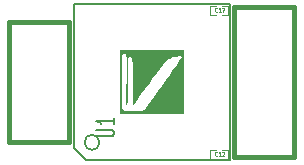
<source format=gto>
G04 (created by PCBNEW (2013-04-19 BZR 4011)-stable) date 24/08/2014 03:54:09*
%MOIN*%
G04 Gerber Fmt 3.4, Leading zero omitted, Abs format*
%FSLAX34Y34*%
G01*
G70*
G90*
G04 APERTURE LIST*
%ADD10C,2.3622e-006*%
%ADD11C,0.0028*%
%ADD12C,0.015*%
%ADD13C,0.0001*%
%ADD14C,0.005*%
%ADD15C,0.008*%
G04 APERTURE END LIST*
G54D10*
G54D11*
X92500Y-67750D02*
X92700Y-67750D01*
X92700Y-67750D02*
X92700Y-67450D01*
X92700Y-67450D02*
X92500Y-67450D01*
X92300Y-67750D02*
X92100Y-67750D01*
X92100Y-67750D02*
X92100Y-67450D01*
X92100Y-67450D02*
X92300Y-67450D01*
G54D12*
X92900Y-62700D02*
X92900Y-67700D01*
X92900Y-67700D02*
X94900Y-67700D01*
X94900Y-67700D02*
X94900Y-62700D01*
X94900Y-62700D02*
X92900Y-62700D01*
G54D13*
G36*
X91217Y-66267D02*
X91150Y-66267D01*
X91150Y-64353D01*
X91122Y-64334D01*
X91048Y-64332D01*
X90950Y-64345D01*
X90844Y-64371D01*
X90751Y-64408D01*
X90749Y-64409D01*
X90699Y-64438D01*
X90647Y-64479D01*
X90587Y-64539D01*
X90513Y-64625D01*
X90421Y-64741D01*
X90305Y-64896D01*
X90159Y-65096D01*
X90067Y-65223D01*
X89927Y-65417D01*
X89799Y-65592D01*
X89689Y-65741D01*
X89602Y-65858D01*
X89543Y-65935D01*
X89517Y-65965D01*
X89512Y-65934D01*
X89509Y-65845D01*
X89508Y-65709D01*
X89507Y-65534D01*
X89508Y-65330D01*
X89510Y-65217D01*
X89512Y-64948D01*
X89511Y-64738D01*
X89505Y-64581D01*
X89494Y-64469D01*
X89477Y-64396D01*
X89452Y-64354D01*
X89420Y-64336D01*
X89399Y-64333D01*
X89384Y-64342D01*
X89372Y-64371D01*
X89363Y-64429D01*
X89357Y-64523D01*
X89353Y-64660D01*
X89351Y-64848D01*
X89350Y-65092D01*
X89350Y-65167D01*
X89349Y-65455D01*
X89345Y-65680D01*
X89339Y-65843D01*
X89331Y-65948D01*
X89319Y-65996D01*
X89314Y-66000D01*
X89302Y-65977D01*
X89295Y-65904D01*
X89291Y-65779D01*
X89292Y-65597D01*
X89297Y-65354D01*
X89302Y-65190D01*
X89309Y-64909D01*
X89312Y-64689D01*
X89310Y-64521D01*
X89302Y-64399D01*
X89288Y-64316D01*
X89267Y-64266D01*
X89237Y-64240D01*
X89199Y-64233D01*
X89184Y-64242D01*
X89173Y-64270D01*
X89164Y-64327D01*
X89158Y-64418D01*
X89154Y-64550D01*
X89151Y-64731D01*
X89150Y-64967D01*
X89150Y-65147D01*
X89151Y-65390D01*
X89153Y-65612D01*
X89156Y-65804D01*
X89160Y-65958D01*
X89165Y-66064D01*
X89170Y-66113D01*
X89170Y-66114D01*
X89192Y-66139D01*
X89240Y-66155D01*
X89328Y-66164D01*
X89468Y-66167D01*
X89515Y-66167D01*
X89667Y-66165D01*
X89768Y-66159D01*
X89832Y-66146D01*
X89876Y-66121D01*
X89906Y-66092D01*
X89943Y-66045D01*
X90011Y-65954D01*
X90104Y-65828D01*
X90216Y-65675D01*
X90341Y-65501D01*
X90474Y-65316D01*
X90610Y-65127D01*
X90741Y-64943D01*
X90864Y-64770D01*
X90972Y-64617D01*
X91059Y-64492D01*
X91120Y-64403D01*
X91149Y-64357D01*
X91150Y-64353D01*
X91150Y-66267D01*
X90150Y-66267D01*
X89084Y-66267D01*
X89084Y-65200D01*
X89084Y-64134D01*
X90150Y-64134D01*
X91217Y-64134D01*
X91217Y-65200D01*
X91217Y-66267D01*
X91217Y-66267D01*
X91217Y-66267D01*
G37*
G54D14*
X87550Y-62600D02*
X92750Y-62600D01*
X92750Y-62600D02*
X92750Y-67800D01*
X92750Y-67800D02*
X87950Y-67800D01*
X87950Y-67800D02*
X87550Y-67400D01*
X87550Y-67400D02*
X87550Y-62600D01*
X88400Y-67200D02*
G75*
G03X88400Y-67200I-250J0D01*
G74*
G01*
G54D12*
X85400Y-63200D02*
X85400Y-67200D01*
X87400Y-63200D02*
X87400Y-67200D01*
X85400Y-67200D02*
X87400Y-67200D01*
X87400Y-63200D02*
X85400Y-63200D01*
G54D11*
X92300Y-62650D02*
X92100Y-62650D01*
X92100Y-62650D02*
X92100Y-62950D01*
X92100Y-62950D02*
X92300Y-62950D01*
X92500Y-62650D02*
X92700Y-62650D01*
X92700Y-62650D02*
X92700Y-62950D01*
X92700Y-62950D02*
X92500Y-62950D01*
X92322Y-67642D02*
X92317Y-67649D01*
X92300Y-67655D01*
X92288Y-67655D01*
X92271Y-67649D01*
X92260Y-67636D01*
X92254Y-67623D01*
X92248Y-67596D01*
X92248Y-67577D01*
X92254Y-67550D01*
X92260Y-67537D01*
X92271Y-67524D01*
X92288Y-67517D01*
X92300Y-67517D01*
X92317Y-67524D01*
X92322Y-67531D01*
X92437Y-67655D02*
X92368Y-67655D01*
X92402Y-67655D02*
X92402Y-67517D01*
X92391Y-67537D01*
X92380Y-67550D01*
X92368Y-67557D01*
X92482Y-67531D02*
X92488Y-67524D01*
X92500Y-67517D01*
X92528Y-67517D01*
X92540Y-67524D01*
X92545Y-67531D01*
X92551Y-67544D01*
X92551Y-67557D01*
X92545Y-67577D01*
X92477Y-67655D01*
X92551Y-67655D01*
G54D15*
X88292Y-67004D02*
X88778Y-67004D01*
X88835Y-66985D01*
X88864Y-66966D01*
X88892Y-66928D01*
X88892Y-66852D01*
X88864Y-66814D01*
X88835Y-66795D01*
X88778Y-66776D01*
X88292Y-66776D01*
X88892Y-66376D02*
X88892Y-66604D01*
X88892Y-66490D02*
X88292Y-66490D01*
X88378Y-66528D01*
X88435Y-66566D01*
X88464Y-66604D01*
G54D11*
X92322Y-62842D02*
X92317Y-62849D01*
X92300Y-62855D01*
X92288Y-62855D01*
X92271Y-62849D01*
X92260Y-62836D01*
X92254Y-62823D01*
X92248Y-62796D01*
X92248Y-62777D01*
X92254Y-62750D01*
X92260Y-62737D01*
X92271Y-62724D01*
X92288Y-62717D01*
X92300Y-62717D01*
X92317Y-62724D01*
X92322Y-62731D01*
X92437Y-62855D02*
X92368Y-62855D01*
X92402Y-62855D02*
X92402Y-62717D01*
X92391Y-62737D01*
X92380Y-62750D01*
X92368Y-62757D01*
X92477Y-62717D02*
X92557Y-62717D01*
X92505Y-62855D01*
M02*

</source>
